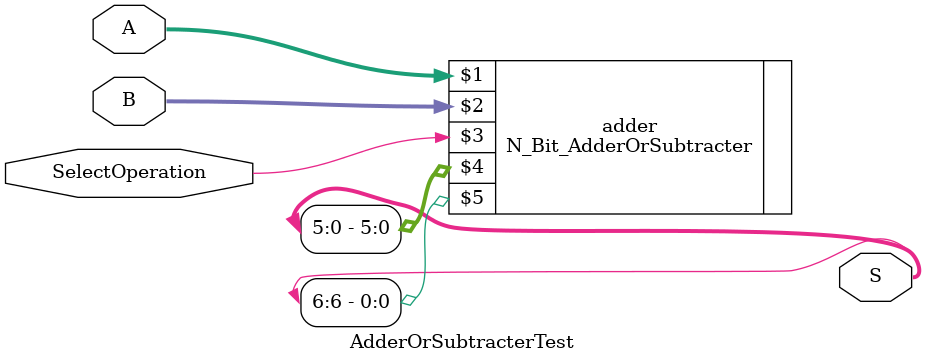
<source format=v>
module AdderOrSubtracterTest(
    input [5:0] A, B,
    input SelectOperation,
    output [6:0] S
);

    N_Bit_AdderOrSubtracter #(6) adder(A, B, SelectOperation, S[5:0], S[6]);

endmodule

</source>
